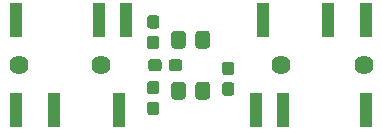
<source format=gts>
%TF.GenerationSoftware,KiCad,Pcbnew,(5.1.6)-1*%
%TF.CreationDate,2020-08-02T04:50:32+09:00*%
%TF.ProjectId,DummyMic,44756d6d-794d-4696-932e-6b696361645f,rev?*%
%TF.SameCoordinates,Original*%
%TF.FileFunction,Soldermask,Top*%
%TF.FilePolarity,Negative*%
%FSLAX46Y46*%
G04 Gerber Fmt 4.6, Leading zero omitted, Abs format (unit mm)*
G04 Created by KiCad (PCBNEW (5.1.6)-1) date 2020-08-02 04:50:32*
%MOMM*%
%LPD*%
G01*
G04 APERTURE LIST*
%ADD10R,1.100000X2.900000*%
%ADD11C,1.624000*%
G04 APERTURE END LIST*
%TO.C,R4*%
G36*
G01*
X160265500Y-74468000D02*
X160790500Y-74468000D01*
G75*
G02*
X161053000Y-74730500I0J-262500D01*
G01*
X161053000Y-75355500D01*
G75*
G02*
X160790500Y-75618000I-262500J0D01*
G01*
X160265500Y-75618000D01*
G75*
G02*
X160003000Y-75355500I0J262500D01*
G01*
X160003000Y-74730500D01*
G75*
G02*
X160265500Y-74468000I262500J0D01*
G01*
G37*
G36*
G01*
X160265500Y-72718000D02*
X160790500Y-72718000D01*
G75*
G02*
X161053000Y-72980500I0J-262500D01*
G01*
X161053000Y-73605500D01*
G75*
G02*
X160790500Y-73868000I-262500J0D01*
G01*
X160265500Y-73868000D01*
G75*
G02*
X160003000Y-73605500I0J262500D01*
G01*
X160003000Y-72980500D01*
G75*
G02*
X160265500Y-72718000I262500J0D01*
G01*
G37*
%TD*%
%TO.C,R3*%
G36*
G01*
X154894000Y-72762500D02*
X154894000Y-73287500D01*
G75*
G02*
X154631500Y-73550000I-262500J0D01*
G01*
X154006500Y-73550000D01*
G75*
G02*
X153744000Y-73287500I0J262500D01*
G01*
X153744000Y-72762500D01*
G75*
G02*
X154006500Y-72500000I262500J0D01*
G01*
X154631500Y-72500000D01*
G75*
G02*
X154894000Y-72762500I0J-262500D01*
G01*
G37*
G36*
G01*
X156644000Y-72762500D02*
X156644000Y-73287500D01*
G75*
G02*
X156381500Y-73550000I-262500J0D01*
G01*
X155756500Y-73550000D01*
G75*
G02*
X155494000Y-73287500I0J262500D01*
G01*
X155494000Y-72762500D01*
G75*
G02*
X155756500Y-72500000I262500J0D01*
G01*
X156381500Y-72500000D01*
G75*
G02*
X156644000Y-72762500I0J-262500D01*
G01*
G37*
%TD*%
%TO.C,R2*%
G36*
G01*
X153915500Y-76105000D02*
X154440500Y-76105000D01*
G75*
G02*
X154703000Y-76367500I0J-262500D01*
G01*
X154703000Y-76992500D01*
G75*
G02*
X154440500Y-77255000I-262500J0D01*
G01*
X153915500Y-77255000D01*
G75*
G02*
X153653000Y-76992500I0J262500D01*
G01*
X153653000Y-76367500D01*
G75*
G02*
X153915500Y-76105000I262500J0D01*
G01*
G37*
G36*
G01*
X153915500Y-74355000D02*
X154440500Y-74355000D01*
G75*
G02*
X154703000Y-74617500I0J-262500D01*
G01*
X154703000Y-75242500D01*
G75*
G02*
X154440500Y-75505000I-262500J0D01*
G01*
X153915500Y-75505000D01*
G75*
G02*
X153653000Y-75242500I0J262500D01*
G01*
X153653000Y-74617500D01*
G75*
G02*
X153915500Y-74355000I262500J0D01*
G01*
G37*
%TD*%
%TO.C,R1*%
G36*
G01*
X154440500Y-69931000D02*
X153915500Y-69931000D01*
G75*
G02*
X153653000Y-69668500I0J262500D01*
G01*
X153653000Y-69043500D01*
G75*
G02*
X153915500Y-68781000I262500J0D01*
G01*
X154440500Y-68781000D01*
G75*
G02*
X154703000Y-69043500I0J-262500D01*
G01*
X154703000Y-69668500D01*
G75*
G02*
X154440500Y-69931000I-262500J0D01*
G01*
G37*
G36*
G01*
X154440500Y-71681000D02*
X153915500Y-71681000D01*
G75*
G02*
X153653000Y-71418500I0J262500D01*
G01*
X153653000Y-70793500D01*
G75*
G02*
X153915500Y-70531000I262500J0D01*
G01*
X154440500Y-70531000D01*
G75*
G02*
X154703000Y-70793500I0J-262500D01*
G01*
X154703000Y-71418500D01*
G75*
G02*
X154440500Y-71681000I-262500J0D01*
G01*
G37*
%TD*%
D10*
%TO.C,J2*%
X163500000Y-69200000D03*
X169000000Y-69200000D03*
X172200000Y-69200000D03*
X162900000Y-76800000D03*
X165200000Y-76800000D03*
X172200000Y-76800000D03*
D11*
X165000000Y-73000000D03*
X172000000Y-73000000D03*
%TD*%
D10*
%TO.C,J1*%
X151295000Y-76800000D03*
X145795000Y-76800000D03*
X142595000Y-76800000D03*
X151895000Y-69200000D03*
X149595000Y-69200000D03*
X142595000Y-69200000D03*
D11*
X149795000Y-73000000D03*
X142795000Y-73000000D03*
%TD*%
%TO.C,C2*%
G36*
G01*
X156953000Y-70387738D02*
X156953000Y-71344262D01*
G75*
G02*
X156681262Y-71616000I-271738J0D01*
G01*
X155974738Y-71616000D01*
G75*
G02*
X155703000Y-71344262I0J271738D01*
G01*
X155703000Y-70387738D01*
G75*
G02*
X155974738Y-70116000I271738J0D01*
G01*
X156681262Y-70116000D01*
G75*
G02*
X156953000Y-70387738I0J-271738D01*
G01*
G37*
G36*
G01*
X159003000Y-70387738D02*
X159003000Y-71344262D01*
G75*
G02*
X158731262Y-71616000I-271738J0D01*
G01*
X158024738Y-71616000D01*
G75*
G02*
X157753000Y-71344262I0J271738D01*
G01*
X157753000Y-70387738D01*
G75*
G02*
X158024738Y-70116000I271738J0D01*
G01*
X158731262Y-70116000D01*
G75*
G02*
X159003000Y-70387738I0J-271738D01*
G01*
G37*
%TD*%
%TO.C,C1*%
G36*
G01*
X156953000Y-74705738D02*
X156953000Y-75662262D01*
G75*
G02*
X156681262Y-75934000I-271738J0D01*
G01*
X155974738Y-75934000D01*
G75*
G02*
X155703000Y-75662262I0J271738D01*
G01*
X155703000Y-74705738D01*
G75*
G02*
X155974738Y-74434000I271738J0D01*
G01*
X156681262Y-74434000D01*
G75*
G02*
X156953000Y-74705738I0J-271738D01*
G01*
G37*
G36*
G01*
X159003000Y-74705738D02*
X159003000Y-75662262D01*
G75*
G02*
X158731262Y-75934000I-271738J0D01*
G01*
X158024738Y-75934000D01*
G75*
G02*
X157753000Y-75662262I0J271738D01*
G01*
X157753000Y-74705738D01*
G75*
G02*
X158024738Y-74434000I271738J0D01*
G01*
X158731262Y-74434000D01*
G75*
G02*
X159003000Y-74705738I0J-271738D01*
G01*
G37*
%TD*%
M02*

</source>
